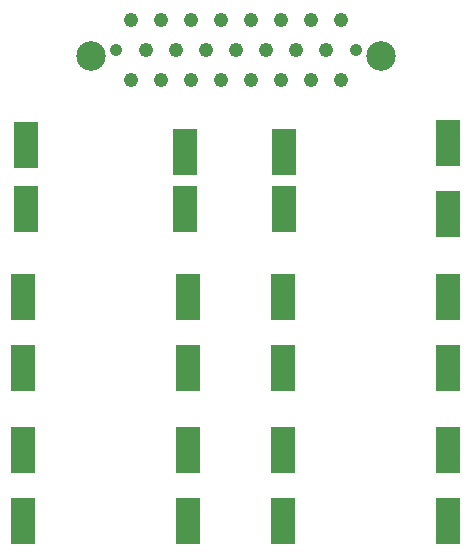
<source format=gts>
%TF.GenerationSoftware,KiCad,Pcbnew,5.1.10*%
%TF.CreationDate,2021-10-19T20:26:59-04:00*%
%TF.ProjectId,sample_jig,73616d70-6c65-45f6-9a69-672e6b696361,rev?*%
%TF.SameCoordinates,Original*%
%TF.FileFunction,Soldermask,Top*%
%TF.FilePolarity,Negative*%
%FSLAX46Y46*%
G04 Gerber Fmt 4.6, Leading zero omitted, Abs format (unit mm)*
G04 Created by KiCad (PCBNEW 5.1.10) date 2021-10-19 20:26:59*
%MOMM*%
%LPD*%
G01*
G04 APERTURE LIST*
%ADD10C,2.500000*%
%ADD11C,1.217000*%
%ADD12C,1.070000*%
%ADD13R,2.000000X4.000000*%
G04 APERTURE END LIST*
D10*
%TO.C,J\u002A\u002A*%
X62770000Y-56610000D03*
X87280000Y-56610000D03*
D11*
X66150000Y-58640000D03*
X67420000Y-56100000D03*
X68690000Y-58640000D03*
X69960000Y-56100000D03*
X71230000Y-58640000D03*
X73770000Y-58640000D03*
X76310000Y-58640000D03*
X78850000Y-58640000D03*
X80120000Y-56100000D03*
X81390000Y-58640000D03*
X82660000Y-56100000D03*
X83930000Y-58640000D03*
D12*
X64880000Y-56100000D03*
D11*
X66150000Y-53560000D03*
X68690000Y-53560000D03*
X71230000Y-53560000D03*
X72500000Y-56100000D03*
X73770000Y-53560000D03*
X75040000Y-56100000D03*
X76310000Y-53560000D03*
X77580000Y-56100000D03*
X78850000Y-53560000D03*
X81390000Y-53560000D03*
X83930000Y-53560000D03*
D12*
X85200000Y-56100000D03*
%TD*%
D13*
%TO.C,REF\u002A\u002A*%
X93000000Y-64000000D03*
%TD*%
%TO.C,REF\u002A\u002A*%
X93000000Y-70000000D03*
%TD*%
%TO.C,REF\u002A\u002A*%
X93000000Y-77000000D03*
%TD*%
%TO.C,REF\u002A\u002A*%
X93000000Y-83000000D03*
%TD*%
%TO.C,REF\u002A\u002A*%
X93000000Y-96000000D03*
%TD*%
%TO.C,REF\u002A\u002A*%
X93000000Y-90000000D03*
%TD*%
%TO.C,REF\u002A\u002A*%
X79000000Y-96000000D03*
%TD*%
%TO.C,REF\u002A\u002A*%
X79000000Y-90000000D03*
%TD*%
%TO.C,7*%
X79000000Y-83000000D03*
%TD*%
%TO.C,REF\u002A\u002A*%
X79000000Y-77000000D03*
%TD*%
%TO.C,REF\u002A\u002A*%
X79095600Y-69596000D03*
%TD*%
%TO.C,REF\u002A\u002A*%
X79070200Y-64770000D03*
%TD*%
%TO.C,REF\u002A\u002A*%
X71000000Y-96000000D03*
%TD*%
%TO.C,REF\u002A\u002A*%
X71000000Y-90000000D03*
%TD*%
%TO.C,REF\u002A\u002A*%
X57000000Y-96000000D03*
%TD*%
%TO.C,REF\u002A\u002A*%
X57000000Y-90000000D03*
%TD*%
%TO.C,REF\u002A\u002A*%
X71000000Y-83000000D03*
%TD*%
%TO.C,REF\u002A\u002A*%
X71000000Y-77000000D03*
%TD*%
%TO.C,REF\u002A\u002A*%
X57000000Y-83000000D03*
%TD*%
%TO.C,REF\u002A\u002A*%
X57000000Y-77000000D03*
%TD*%
%TO.C,REF\u002A\u002A*%
X70739000Y-69596000D03*
%TD*%
%TO.C,REF\u002A\u002A*%
X70739000Y-64770000D03*
%TD*%
%TO.C,REF\u002A\u002A*%
X57277000Y-64135000D03*
%TD*%
%TO.C,REF\u002A\u002A*%
X57277000Y-69596000D03*
%TD*%
M02*

</source>
